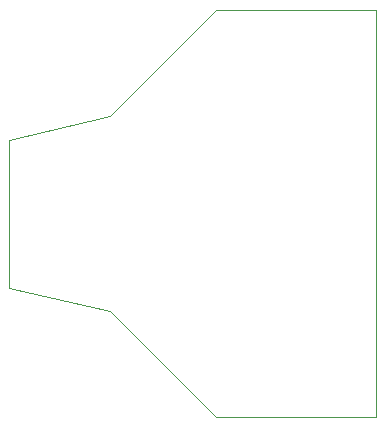
<source format=gbr>
%TF.GenerationSoftware,KiCad,Pcbnew,(5.1.10)-1*%
%TF.CreationDate,2021-06-11T22:20:09-04:00*%
%TF.ProjectId,Adapter,41646170-7465-4722-9e6b-696361645f70,rev?*%
%TF.SameCoordinates,Original*%
%TF.FileFunction,Profile,NP*%
%FSLAX46Y46*%
G04 Gerber Fmt 4.6, Leading zero omitted, Abs format (unit mm)*
G04 Created by KiCad (PCBNEW (5.1.10)-1) date 2021-06-11 22:20:09*
%MOMM*%
%LPD*%
G01*
G04 APERTURE LIST*
%TA.AperFunction,Profile*%
%ADD10C,0.050000*%
%TD*%
G04 APERTURE END LIST*
D10*
X146600000Y-118350000D02*
X160100000Y-118350000D01*
X137600000Y-109350000D02*
X146600000Y-118350000D01*
X146600000Y-83850000D02*
X160100000Y-83850000D01*
X137600000Y-92850000D02*
X146600000Y-83850000D01*
X129100000Y-107350000D02*
X137600000Y-109350000D01*
X129100000Y-96350000D02*
X129100000Y-107350000D01*
X129100000Y-96350000D02*
X129100000Y-94850000D01*
X129100000Y-94850000D02*
X137600000Y-92850000D01*
X160100000Y-118350000D02*
X160100000Y-83850000D01*
M02*

</source>
